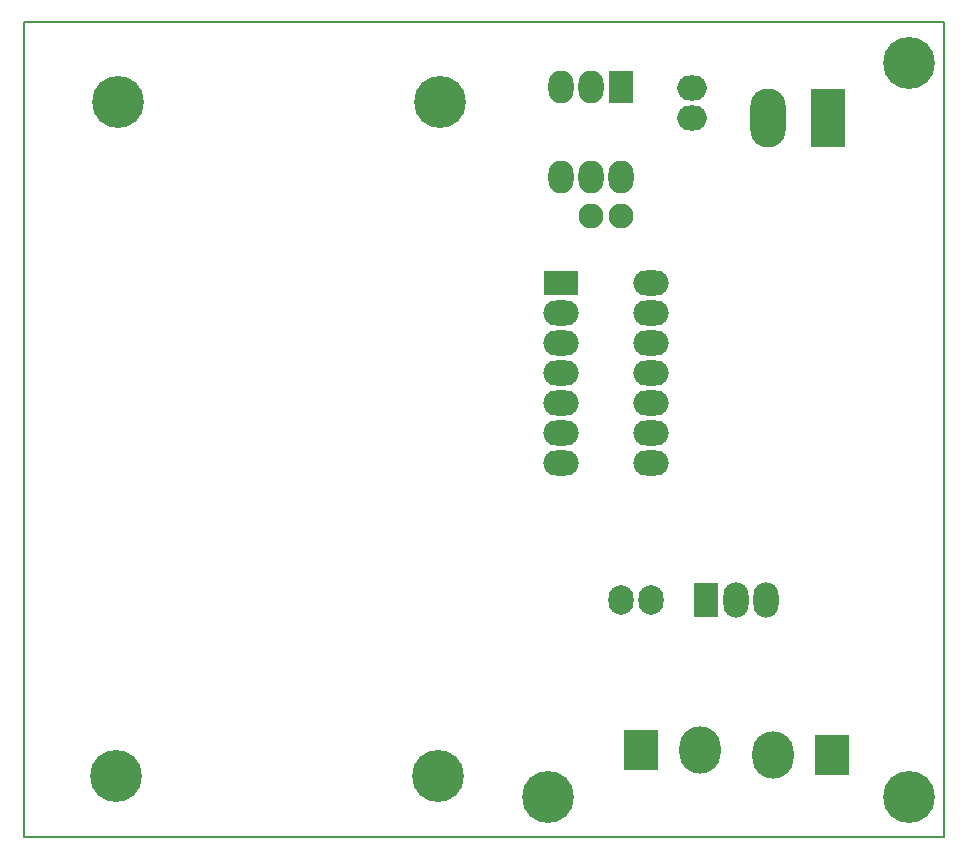
<source format=gbr>
%TF.GenerationSoftware,KiCad,Pcbnew,6.0.11+dfsg-1*%
%TF.CreationDate,2023-05-04T08:29:03-05:00*%
%TF.ProjectId,lights_control,6c696768-7473-45f6-936f-6e74726f6c2e,rev?*%
%TF.SameCoordinates,Original*%
%TF.FileFunction,Copper,L1,Top*%
%TF.FilePolarity,Positive*%
%FSLAX46Y46*%
G04 Gerber Fmt 4.6, Leading zero omitted, Abs format (unit mm)*
G04 Created by KiCad (PCBNEW 6.0.11+dfsg-1) date 2023-05-04 08:29:03*
%MOMM*%
%LPD*%
G01*
G04 APERTURE LIST*
%TA.AperFunction,NonConductor*%
%ADD10C,0.200000*%
%TD*%
%TA.AperFunction,ComponentPad*%
%ADD11C,4.400000*%
%TD*%
%TA.AperFunction,ComponentPad*%
%ADD12R,3.000000X3.500000*%
%TD*%
%TA.AperFunction,ComponentPad*%
%ADD13O,3.500000X4.000000*%
%TD*%
%TA.AperFunction,ComponentPad*%
%ADD14R,2.125000X3.000000*%
%TD*%
%TA.AperFunction,ComponentPad*%
%ADD15O,2.125000X3.000000*%
%TD*%
%TA.AperFunction,ComponentPad*%
%ADD16O,2.500000X2.125000*%
%TD*%
%TA.AperFunction,ComponentPad*%
%ADD17R,3.000000X2.125000*%
%TD*%
%TA.AperFunction,ComponentPad*%
%ADD18O,3.000000X2.125000*%
%TD*%
%TA.AperFunction,ComponentPad*%
%ADD19O,2.125000X2.500000*%
%TD*%
%TA.AperFunction,ComponentPad*%
%ADD20R,2.125000X2.800000*%
%TD*%
%TA.AperFunction,ComponentPad*%
%ADD21O,2.125000X2.800000*%
%TD*%
%TA.AperFunction,ComponentPad*%
%ADD22C,2.125000*%
%TD*%
%TA.AperFunction,ComponentPad*%
%ADD23O,2.125000X2.125000*%
%TD*%
%TA.AperFunction,ComponentPad*%
%ADD24R,3.000000X5.000000*%
%TD*%
%TA.AperFunction,ComponentPad*%
%ADD25O,3.000000X5.000000*%
%TD*%
G04 APERTURE END LIST*
D10*
X134176000Y-52346000D02*
X56287000Y-52346000D01*
X56287000Y-52346000D02*
X56287000Y-121396000D01*
X56287000Y-121396000D02*
X134176000Y-121396000D01*
X134176000Y-121396000D02*
X134176000Y-52346000D01*
D11*
%TO.P,H3,1*%
%TO.N,N/C*%
X131200000Y-55800000D03*
%TD*%
D12*
%TO.P,12V1,1,Pin_1*%
%TO.N,12v*%
X108542500Y-113992500D03*
D13*
%TO.P,12V1,2,Pin_2*%
%TO.N,GND12V*%
X113542500Y-113992500D03*
%TD*%
D11*
%TO.P,H7,1*%
%TO.N,N/C*%
X64220000Y-59100000D03*
%TD*%
D14*
%TO.P,Q1,1,B*%
%TO.N,Net-(Q1-Pad1)*%
X114004250Y-101300000D03*
D15*
%TO.P,Q1,2,C*%
%TO.N,12v*%
X116544250Y-101300000D03*
%TO.P,Q1,3,E*%
%TO.N,Net-(OUT1-Pad1)*%
X119084250Y-101300000D03*
%TD*%
D11*
%TO.P,H5,1*%
%TO.N,N/C*%
X64020000Y-116200000D03*
%TD*%
D16*
%TO.P,R1,1*%
%TO.N,D26*%
X112800000Y-57936250D03*
%TO.P,R1,2*%
%TO.N,Net-(R1-Pad2)*%
X112800000Y-60476250D03*
%TD*%
D17*
%TO.P,U2,1*%
%TO.N,Net-(R2-Pad1)*%
X101700000Y-74475000D03*
D18*
%TO.P,U2,2*%
%TO.N,Net-(R3-Pad1)*%
X101700000Y-77015000D03*
%TO.P,U2,3*%
%TO.N,unconnected-(U2-Pad3)*%
X101700000Y-79555000D03*
%TO.P,U2,4*%
%TO.N,unconnected-(U2-Pad4)*%
X101700000Y-82095000D03*
%TO.P,U2,5*%
%TO.N,unconnected-(U2-Pad5)*%
X101700000Y-84635000D03*
%TO.P,U2,6*%
%TO.N,unconnected-(U2-Pad6)*%
X101700000Y-87175000D03*
%TO.P,U2,7,VSS*%
%TO.N,GND5V*%
X101700000Y-89715000D03*
%TO.P,U2,8*%
%TO.N,unconnected-(U2-Pad8)*%
X109320000Y-89715000D03*
%TO.P,U2,9*%
%TO.N,unconnected-(U2-Pad9)*%
X109320000Y-87175000D03*
%TO.P,U2,10*%
%TO.N,unconnected-(U2-Pad10)*%
X109320000Y-84635000D03*
%TO.P,U2,11*%
%TO.N,unconnected-(U2-Pad11)*%
X109320000Y-82095000D03*
%TO.P,U2,12*%
%TO.N,N/C*%
X109320000Y-79555000D03*
%TO.P,U2,13*%
X109320000Y-77015000D03*
%TO.P,U2,14,VDD*%
%TO.N,5v*%
X109320000Y-74475000D03*
%TD*%
D11*
%TO.P,H1,1*%
%TO.N,N/C*%
X131200000Y-118000000D03*
%TD*%
%TO.P,H2,1*%
%TO.N,N/C*%
X100600000Y-118000000D03*
%TD*%
D19*
%TO.P,R3,1*%
%TO.N,Net-(R3-Pad1)*%
X106836250Y-101300000D03*
%TO.P,R3,2*%
%TO.N,Net-(Q1-Pad1)*%
X109376250Y-101300000D03*
%TD*%
D11*
%TO.P,H4,1*%
%TO.N,N/C*%
X91300000Y-116200000D03*
%TD*%
D20*
%TO.P,U1,1*%
%TO.N,Net-(R1-Pad2)*%
X106825000Y-57900000D03*
D21*
%TO.P,U1,2*%
%TO.N,GND SIG*%
X104285000Y-57900000D03*
%TO.P,U1,3,NC*%
%TO.N,unconnected-(U1-Pad3)*%
X101745000Y-57900000D03*
%TO.P,U1,4*%
%TO.N,GND12V*%
X101745000Y-65520000D03*
%TO.P,U1,5*%
%TO.N,Net-(R2-Pad1)*%
X104285000Y-65520000D03*
%TO.P,U1,6*%
%TO.N,unconnected-(U1-Pad6)*%
X106825000Y-65520000D03*
%TD*%
D22*
%TO.P,R2,1*%
%TO.N,Net-(R2-Pad1)*%
X104280000Y-68800000D03*
D23*
%TO.P,R2,2*%
%TO.N,12v*%
X106820000Y-68800000D03*
%TD*%
D12*
%TO.P,OUT1,1,Pin_1*%
%TO.N,Net-(OUT1-Pad1)*%
X124657500Y-114407500D03*
D13*
%TO.P,OUT1,2,Pin_2*%
%TO.N,GND12V*%
X119657500Y-114407500D03*
%TD*%
D24*
%TO.P,12V2,1,Pin_1*%
%TO.N,GND SIG*%
X124300000Y-60500000D03*
D25*
%TO.P,12V2,2,Pin_2*%
%TO.N,D26*%
X119300000Y-60500000D03*
%TD*%
D11*
%TO.P,H6,1*%
%TO.N,N/C*%
X91500000Y-59100000D03*
%TD*%
M02*

</source>
